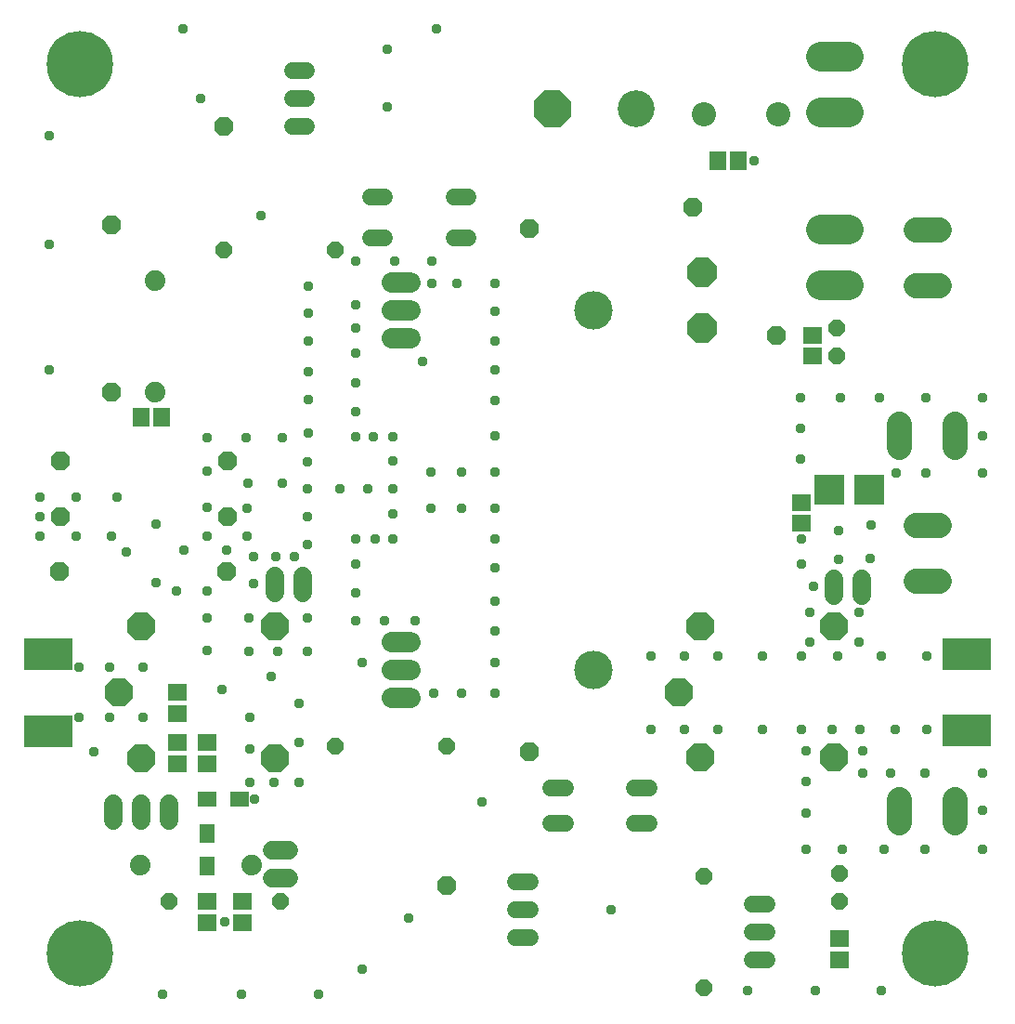
<source format=gbr>
G04 EAGLE Gerber RS-274X export*
G75*
%MOMM*%
%FSLAX34Y34*%
%LPD*%
%INSoldermask Bottom*%
%IPPOS*%
%AMOC8*
5,1,8,0,0,1.08239X$1,22.5*%
G01*
%ADD10R,1.503200X1.703200*%
%ADD11R,1.703200X1.503200*%
%ADD12P,3.629037X8X202.500000*%
%ADD13C,3.352800*%
%ADD14C,1.524000*%
%ADD15P,1.649562X8X292.500000*%
%ADD16P,1.649562X8X112.500000*%
%ADD17C,1.879600*%
%ADD18R,1.403200X1.703200*%
%ADD19R,1.703200X1.403200*%
%ADD20C,2.743200*%
%ADD21C,6.045200*%
%ADD22C,1.879600*%
%ADD23C,3.505200*%
%ADD24P,1.649562X8X202.500000*%
%ADD25P,1.649562X8X22.500000*%
%ADD26P,1.869504X8X22.500000*%
%ADD27P,1.869504X8X202.500000*%
%ADD28R,2.703200X2.703200*%
%ADD29R,4.394200X2.870200*%
%ADD30C,2.298700*%
%ADD31C,1.727200*%
%ADD32P,2.969212X8X292.500000*%
%ADD33P,2.817678X8X202.500000*%
%ADD34P,2.817678X8X22.500000*%
%ADD35P,1.869504X8X112.500000*%
%ADD36C,0.959600*%
%ADD37C,2.203200*%


D10*
X650215Y772160D03*
X631215Y772160D03*
D11*
X139065Y268630D03*
X139065Y287630D03*
D12*
X480695Y819785D03*
D13*
X556895Y819785D03*
D11*
X707390Y441985D03*
X707390Y460985D03*
X197800Y78130D03*
X197800Y97130D03*
X166053Y78130D03*
X166053Y97130D03*
D14*
X314706Y702310D02*
X327914Y702310D01*
X390906Y702310D02*
X404114Y702310D01*
D15*
X742315Y123190D03*
X742315Y97790D03*
D16*
X739775Y594360D03*
X739775Y619760D03*
D14*
X404114Y739140D02*
X390906Y739140D01*
X327914Y739140D02*
X314706Y739140D01*
X555371Y200660D02*
X568579Y200660D01*
X492379Y200660D02*
X479171Y200660D01*
X479171Y168910D02*
X492379Y168910D01*
X555371Y168910D02*
X568579Y168910D01*
D17*
X104775Y130810D03*
X206375Y130810D03*
D18*
X166053Y129965D03*
X166053Y158965D03*
D19*
X166208Y190668D03*
X195208Y190668D03*
D20*
X725805Y659130D02*
X751205Y659130D01*
X751205Y867410D02*
X725805Y867410D01*
X725805Y816610D02*
X751205Y816610D01*
X751205Y709930D02*
X725805Y709930D01*
D21*
X830000Y860000D03*
X830000Y50000D03*
X50000Y50000D03*
X50000Y860000D03*
D22*
X334518Y661035D02*
X351282Y661035D01*
X351282Y635635D02*
X334518Y635635D01*
X334518Y610235D02*
X351282Y610235D01*
D23*
X518160Y635635D03*
D22*
X351282Y334010D02*
X334518Y334010D01*
X334518Y308610D02*
X351282Y308610D01*
X351282Y283210D02*
X334518Y283210D01*
D23*
X518160Y308610D03*
D14*
X256794Y803275D02*
X243586Y803275D01*
X243586Y854075D02*
X256794Y854075D01*
X256794Y828675D02*
X243586Y828675D01*
X447421Y114935D02*
X460629Y114935D01*
X460629Y64135D02*
X447421Y64135D01*
X447421Y89535D02*
X460629Y89535D01*
D24*
X282575Y690880D03*
X180975Y690880D03*
D25*
X282575Y238760D03*
X384175Y238760D03*
D26*
X31747Y499110D03*
X184147Y499110D03*
D25*
X130810Y97155D03*
X232410Y97155D03*
D15*
X619125Y120015D03*
X619125Y18415D03*
D11*
X742315Y63475D03*
X742315Y44475D03*
X717550Y594385D03*
X717550Y613385D03*
D27*
X184150Y447675D03*
X31750Y447675D03*
D26*
X31684Y398203D03*
X184084Y398203D03*
D14*
X663321Y44450D02*
X676529Y44450D01*
X676529Y95250D02*
X663321Y95250D01*
X663321Y69850D02*
X676529Y69850D01*
D28*
X733425Y472385D03*
X769265Y472385D03*
D29*
X21154Y252712D03*
X21154Y322604D03*
X858846Y322919D03*
X858846Y253027D03*
D30*
X832803Y709295D02*
X811848Y709295D01*
X811848Y658495D02*
X832803Y658495D01*
X832803Y440055D02*
X811848Y440055D01*
X811848Y389255D02*
X832803Y389255D01*
X796925Y511500D02*
X796925Y532455D01*
X847725Y532455D02*
X847725Y511500D01*
X796608Y190183D02*
X796608Y169228D01*
X847408Y169228D02*
X847408Y190183D01*
D26*
X459740Y233680D03*
X459740Y710565D03*
D31*
X130810Y186055D02*
X130810Y170815D01*
X105410Y170815D02*
X105410Y186055D01*
X80010Y186055D02*
X80010Y170815D01*
D11*
X139065Y222910D03*
X139065Y241910D03*
X166053Y222910D03*
X166053Y241910D03*
D31*
X224790Y144145D02*
X240030Y144145D01*
X240030Y118745D02*
X224790Y118745D01*
D17*
X118110Y561340D03*
X118110Y662940D03*
D32*
X617220Y670560D03*
X617220Y619760D03*
D10*
X124435Y538480D03*
X105435Y538480D03*
D33*
X105438Y227685D03*
X105438Y347685D03*
D34*
X85438Y287685D03*
X227438Y227685D03*
X227438Y347685D03*
D33*
X615660Y228320D03*
X615660Y348320D03*
D34*
X595660Y288320D03*
X737660Y228320D03*
X737660Y348320D03*
D31*
X737553Y375920D02*
X737553Y391160D01*
X762953Y391160D02*
X762953Y375920D01*
X227330Y378460D02*
X227330Y393700D01*
X252730Y393700D02*
X252730Y378460D01*
D26*
X608330Y730250D03*
X684530Y613410D03*
X180975Y803275D03*
X384175Y111443D03*
D35*
X78740Y561340D03*
X78740Y713740D03*
D36*
X208915Y190500D03*
X771525Y440690D03*
X706755Y556260D03*
X743585Y556260D03*
X779145Y556260D03*
X821055Y556260D03*
X794385Y487680D03*
X706755Y500380D03*
X706755Y528320D03*
X708025Y321310D03*
X741045Y321310D03*
X780415Y321310D03*
X822325Y321310D03*
X707390Y427990D03*
X707390Y405130D03*
X672465Y321310D03*
X570865Y321310D03*
X631825Y321310D03*
X570865Y254000D03*
X601345Y321310D03*
X842645Y313690D03*
X859155Y313690D03*
X874395Y313690D03*
X842645Y261620D03*
X859155Y261620D03*
X874395Y261620D03*
X37465Y313690D03*
X20955Y313690D03*
X5715Y313690D03*
X37465Y261620D03*
X20955Y261620D03*
X5715Y261620D03*
X48895Y311150D03*
X76835Y311150D03*
X107315Y311150D03*
X107315Y265430D03*
X76835Y265430D03*
X48895Y265430D03*
X761365Y253683D03*
X601345Y254000D03*
X631825Y254000D03*
X672465Y254000D03*
X708025Y254000D03*
X793115Y253683D03*
X822325Y253683D03*
X735330Y253683D03*
X257175Y325120D03*
X257175Y355600D03*
X257175Y422910D03*
X202883Y478155D03*
X257810Y554990D03*
X257810Y524510D03*
X335280Y450850D03*
X335280Y473710D03*
X312420Y473710D03*
X300990Y427990D03*
X335280Y427990D03*
X287020Y473710D03*
X257175Y473710D03*
X257175Y448310D03*
X300990Y405130D03*
X300990Y353060D03*
X327660Y353060D03*
X355600Y353060D03*
X307340Y314960D03*
X300990Y378460D03*
X257175Y497840D03*
X257810Y580390D03*
X257810Y608330D03*
X257810Y633730D03*
X257810Y657860D03*
X335280Y499110D03*
X335280Y520700D03*
X300990Y520700D03*
X317500Y520700D03*
X300990Y543560D03*
X300990Y570230D03*
X300990Y596900D03*
X300990Y619760D03*
X300990Y641350D03*
X318770Y427990D03*
X300990Y680720D03*
X370840Y660400D03*
X370840Y680720D03*
X336550Y680720D03*
X369570Y488950D03*
X397510Y488950D03*
X427990Y488950D03*
X393700Y660400D03*
X427990Y635000D03*
X427990Y660400D03*
X427990Y581660D03*
X427990Y521970D03*
X427990Y553720D03*
X427990Y608330D03*
X427990Y455930D03*
X397510Y455930D03*
X369570Y455930D03*
X427990Y427990D03*
X427990Y401320D03*
X427990Y370840D03*
X427990Y344170D03*
X427990Y314960D03*
X372110Y287020D03*
X397510Y287020D03*
X427990Y287020D03*
X361950Y589280D03*
X125095Y12700D03*
X197485Y12700D03*
X267335Y12700D03*
X658495Y16510D03*
X720725Y16510D03*
X780415Y16510D03*
X181928Y78423D03*
X160020Y828675D03*
X330200Y821690D03*
X534035Y89535D03*
X416560Y187960D03*
X349885Y82550D03*
X22225Y795020D03*
X22225Y695960D03*
X22225Y581660D03*
X770255Y410210D03*
X230188Y325120D03*
X204153Y355600D03*
X204153Y325120D03*
X207963Y387350D03*
X228283Y411798D03*
X245745Y411798D03*
X226695Y205423D03*
X205105Y205423D03*
X249555Y205423D03*
X249555Y242253D03*
X249555Y277813D03*
X224155Y301943D03*
X205105Y235903D03*
X205105Y265113D03*
X165735Y326073D03*
X179705Y290513D03*
X166053Y380365D03*
X166053Y355600D03*
X183833Y417195D03*
X166053Y456565D03*
X234633Y478155D03*
X201930Y455930D03*
X166053Y429895D03*
X201930Y429895D03*
X207963Y411798D03*
X166053Y489268D03*
X166053Y519748D03*
X201613Y519748D03*
X234633Y519748D03*
X78423Y429895D03*
X13653Y429895D03*
X46673Y429895D03*
X13653Y465455D03*
X13653Y447675D03*
X46673Y465455D03*
X83503Y465455D03*
X144463Y417195D03*
X119063Y441325D03*
X119063Y387985D03*
X92393Y415925D03*
X715010Y360680D03*
X715010Y334010D03*
X719138Y384810D03*
X760413Y360680D03*
X760413Y334010D03*
X741680Y435610D03*
X741680Y408940D03*
X763270Y214313D03*
X763270Y234633D03*
X711835Y234633D03*
X711835Y144463D03*
X711835Y177483D03*
X711835Y206693D03*
X788670Y214313D03*
X820420Y214313D03*
X744855Y144463D03*
X782955Y144463D03*
X873125Y556260D03*
X873125Y521970D03*
X821055Y487680D03*
X872490Y214313D03*
X872490Y144463D03*
X820420Y144463D03*
X664210Y772160D03*
X138113Y380365D03*
X143510Y892175D03*
X214630Y721995D03*
X374650Y892175D03*
X873125Y487680D03*
X872490Y180023D03*
D37*
X618610Y814705D03*
D36*
X307340Y35560D03*
D37*
X686910Y814705D03*
D36*
X62230Y233680D03*
X330200Y873760D03*
M02*

</source>
